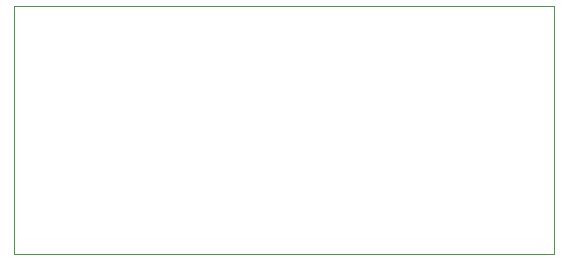
<source format=gbr>
%FSLAX34Y34*%
%MOMM*%
%LNOUTLINE*%
G71*
G01*
%ADD10C, 0.000*%
%LPD*%
G54D10*
X457200Y209550D02*
X0Y209550D01*
X0Y0D01*
X457200Y0D01*
X457200Y209550D01*
M02*

</source>
